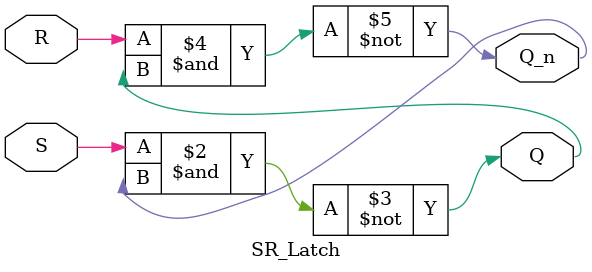
<source format=v>
module SR_Latch (
    input  S,
    input  R,
    output Q,
    output Q_n
);
    nand (Q, S, Q_n);
    nand (Q_n, R, Q);
endmodule


module SR_Latch_tb ();
    reg R, S;
    wire Q, Q_n;
    SR_Latch SR_Latch_0 (
        R,
        S,
        Q,
        Q_n
    );

    initial begin
        
    end
endmodule

</source>
